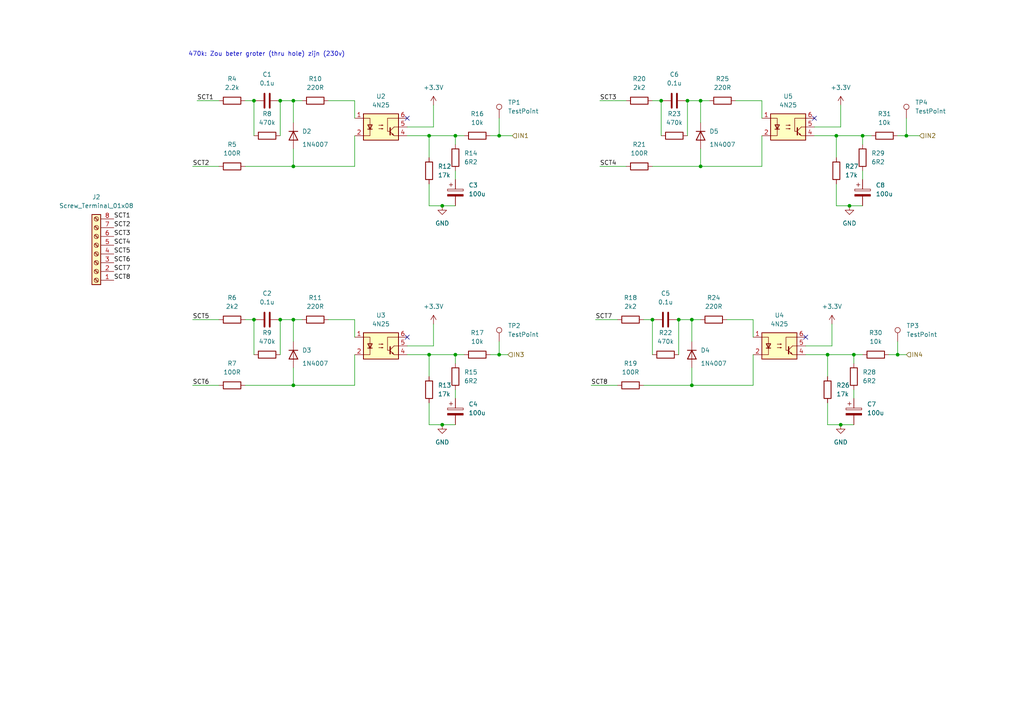
<source format=kicad_sch>
(kicad_sch (version 20211123) (generator eeschema)
  (paper "A4")
  (lib_symbols
    (symbol "Connector:Screw_Terminal_01x08" (pin_names (offset 1.016) hide)
      (property "Reference" "J" (at 0 10.16 0))
      (property "Value" "Screw_Terminal_01x08" (at 0 -12.7 0))
      (symbol "Screw_Terminal_01x08_1_1"
        (rectangle (start -1.27 8.89) (end 1.27 -11.43) (stroke (width 0.254)) (fill (type background)))
        (circle (center 0 -10.16) (radius 0.635) (stroke (width 0.1524)))
        (circle (center 0 -7.62) (radius 0.635) (stroke (width 0.1524)))
        (circle (center 0 -5.08) (radius 0.635) (stroke (width 0.1524)))
        (circle (center 0 -2.54) (radius 0.635) (stroke (width 0.1524)))
        (polyline (pts (xy -0.5334 -9.8298) (xy 0.3302 -10.668)) (stroke (width 0.1524)))
        (polyline (pts (xy -0.5334 -7.2898) (xy 0.3302 -8.128)) (stroke (width 0.1524)))
        (polyline (pts (xy -0.5334 -4.7498) (xy 0.3302 -5.588)) (stroke (width 0.1524)))
        (polyline (pts (xy -0.5334 -2.2098) (xy 0.3302 -3.048)) (stroke (width 0.1524)))
        (polyline (pts (xy -0.5334 0.3302) (xy 0.3302 -0.508)) (stroke (width 0.1524)))
        (polyline (pts (xy -0.5334 2.8702) (xy 0.3302 2.032)) (stroke (width 0.1524)))
        (polyline (pts (xy -0.5334 5.4102) (xy 0.3302 4.572)) (stroke (width 0.1524)))
        (polyline (pts (xy -0.5334 7.9502) (xy 0.3302 7.112)) (stroke (width 0.1524)))
        (polyline (pts (xy -0.3556 -9.652) (xy 0.508 -10.4902)) (stroke (width 0.1524)))
        (polyline (pts (xy -0.3556 -7.112) (xy 0.508 -7.9502)) (stroke (width 0.1524)))
        (polyline (pts (xy -0.3556 -4.572) (xy 0.508 -5.4102)) (stroke (width 0.1524)))
        (polyline (pts (xy -0.3556 -2.032) (xy 0.508 -2.8702)) (stroke (width 0.1524)))
        (polyline (pts (xy -0.3556 0.508) (xy 0.508 -0.3302)) (stroke (width 0.1524)))
        (polyline (pts (xy -0.3556 3.048) (xy 0.508 2.2098)) (stroke (width 0.1524)))
        (polyline (pts (xy -0.3556 5.588) (xy 0.508 4.7498)) (stroke (width 0.1524)))
        (polyline (pts (xy -0.3556 8.128) (xy 0.508 7.2898)) (stroke (width 0.1524)))
        (circle (center 0 0) (radius 0.635) (stroke (width 0.1524)))
        (circle (center 0 2.54) (radius 0.635) (stroke (width 0.1524)))
        (circle (center 0 5.08) (radius 0.635) (stroke (width 0.1524)))
        (circle (center 0 7.62) (radius 0.635) (stroke (width 0.1524)))
        (pin passive line (at -5.08 7.62 0) (length 3.81) (name "Pin_1") (number "1"))
        (pin passive line (at -5.08 5.08 0) (length 3.81) (name "Pin_2") (number "2"))
        (pin passive line (at -5.08 2.54 0) (length 3.81) (name "Pin_3") (number "3"))
        (pin passive line (at -5.08 0 0) (length 3.81) (name "Pin_4") (number "4"))
        (pin passive line (at -5.08 -2.54 0) (length 3.81) (name "Pin_5") (number "5"))
        (pin passive line (at -5.08 -5.08 0) (length 3.81) (name "Pin_6") (number "6"))
        (pin passive line (at -5.08 -7.62 0) (length 3.81) (name "Pin_7") (number "7"))
        (pin passive line (at -5.08 -10.16 0) (length 3.81) (name "Pin_8") (number "8"))
      )
    )
    (symbol "Connector:TestPoint" (pin_numbers hide) (pin_names (offset 0.762) hide)
      (property "Reference" "TP" (at 0 6.858 0))
      (property "Value" "TestPoint" (at 0 5.08 0))
      (symbol "TestPoint_0_1"
        (circle (center 0 3.302) (radius 0.762))
      )
      (symbol "TestPoint_1_1"
        (pin passive line (at 0 0 90) (length 2.54) (name "1") (number "1"))
      )
    )
    (symbol "Device:C" (pin_numbers hide) (pin_names (offset 0.254))
      (property "Reference" "C" (at 0.635 2.54 0))
      (property "Value" "C" (at 0.635 -2.54 0))
      (symbol "C_0_1"
        (polyline (pts (xy -2.032 -0.762) (xy 2.032 -0.762)) (stroke (width 0.508)))
        (polyline (pts (xy -2.032 0.762) (xy 2.032 0.762)) (stroke (width 0.508)))
      )
      (symbol "C_1_1"
        (pin passive line (at 0 3.81 270) (length 2.794) (name "~") (number "1"))
        (pin passive line (at 0 -3.81 90) (length 2.794) (name "~") (number "2"))
      )
    )
    (symbol "Device:C_Polarized" (pin_numbers hide) (pin_names (offset 0.254))
      (property "Reference" "C" (at 0.635 2.54 0))
      (property "Value" "C_Polarized" (at 0.635 -2.54 0))
      (symbol "C_Polarized_0_1"
        (rectangle (start -2.286 0.508) (end 2.286 1.016))
        (polyline (pts (xy -1.778 2.286) (xy -0.762 2.286)))
        (polyline (pts (xy -1.27 2.794) (xy -1.27 1.778)))
        (rectangle (start 2.286 -0.508) (end -2.286 -1.016) (fill (type outline)))
      )
      (symbol "C_Polarized_1_1"
        (pin passive line (at 0 3.81 270) (length 2.794) (name "~") (number "1"))
        (pin passive line (at 0 -3.81 90) (length 2.794) (name "~") (number "2"))
      )
    )
    (symbol "Device:R" (pin_numbers hide) (pin_names (offset 0))
      (property "Reference" "R" (at 2.032 0 90))
      (property "Value" "R" (at 0 0 90))
      (symbol "R_0_1"
        (rectangle (start -1.016 -2.54) (end 1.016 2.54) (stroke (width 0.254)))
      )
      (symbol "R_1_1"
        (pin passive line (at 0 3.81 270) (length 1.27) (name "~") (number "1"))
        (pin passive line (at 0 -3.81 90) (length 1.27) (name "~") (number "2"))
      )
    )
    (symbol "Diode:1N4007" (pin_numbers hide) (pin_names (offset 1.016) hide)
      (property "Reference" "D" (at 0 2.54 0))
      (property "Value" "1N4007" (at 0 -2.54 0))
      (symbol "1N4007_0_1"
        (polyline (pts (xy -1.27 1.27) (xy -1.27 -1.27)) (stroke (width 0.254)))
        (polyline (pts (xy 1.27 0) (xy -1.27 0)))
        (polyline (pts (xy 1.27 1.27) (xy 1.27 -1.27) (xy -1.27 0) (xy 1.27 1.27)) (stroke (width 0.254)))
      )
      (symbol "1N4007_1_1"
        (pin passive line (at -3.81 0 0) (length 2.54) (name "K") (number "1"))
        (pin passive line (at 3.81 0 180) (length 2.54) (name "A") (number "2"))
      )
    )
    (symbol "Isolator:4N25" (pin_names (offset 1.016))
      (property "Reference" "U" (at -5.08 5.08 0))
      (property "Value" "4N25" (at 0 5.08 0))
      (symbol "4N25_0_1"
        (rectangle (start -5.08 3.81) (end 5.08 -3.81) (stroke (width 0.254)) (fill (type background)))
        (polyline (pts (xy -3.81 -0.635) (xy -2.54 -0.635)) (stroke (width 0.254)))
        (polyline (pts (xy 2.667 -1.397) (xy 3.81 -2.54)))
        (polyline (pts (xy 2.667 -1.143) (xy 3.81 0)))
        (polyline (pts (xy 3.81 -2.54) (xy 5.08 -2.54)))
        (polyline (pts (xy 3.81 0) (xy 5.08 0)))
        (polyline (pts (xy 2.667 -0.254) (xy 2.667 -2.286) (xy 2.667 -2.286)) (stroke (width 0.3556)))
        (polyline (pts (xy -5.08 -2.54) (xy -3.175 -2.54) (xy -3.175 2.54) (xy -5.08 2.54)))
        (polyline (pts (xy -3.175 -0.635) (xy -3.81 0.635) (xy -2.54 0.635) (xy -3.175 -0.635)) (stroke (width 0.254)))
        (polyline (pts (xy 3.683 -2.413) (xy 3.429 -1.905) (xy 3.175 -2.159) (xy 3.683 -2.413)))
        (polyline (pts (xy 5.08 2.54) (xy 1.905 2.54) (xy 1.905 -1.27) (xy 2.54 -1.27)))
        (polyline (pts (xy -0.635 -0.508) (xy 0.635 -0.508) (xy 0.254 -0.635) (xy 0.254 -0.381) (xy 0.635 -0.508)))
        (polyline (pts (xy -0.635 0.508) (xy 0.635 0.508) (xy 0.254 0.381) (xy 0.254 0.635) (xy 0.635 0.508)))
      )
      (symbol "4N25_1_1"
        (pin passive line (at -7.62 2.54 0) (length 2.54) (name "~") (number "1"))
        (pin passive line (at -7.62 -2.54 0) (length 2.54) (name "~") (number "2"))
        (pin no_connect line (at -5.08 0 0) (length 2.54) hide (name "NC") (number "3"))
        (pin passive line (at 7.62 -2.54 180) (length 2.54) (name "~") (number "4"))
        (pin passive line (at 7.62 0 180) (length 2.54) (name "~") (number "5"))
        (pin passive line (at 7.62 2.54 180) (length 2.54) (name "~") (number "6"))
      )
    )
    (symbol "power:+3.3V" (power) (pin_names (offset 0))
      (property "Value" "+3.3V" (at 0 3.556 0))
      (symbol "+3.3V_0_1"
        (polyline (pts (xy -0.762 1.27) (xy 0 2.54)))
        (polyline (pts (xy 0 0) (xy 0 2.54)))
        (polyline (pts (xy 0 2.54) (xy 0.762 1.27)))
      )
      (symbol "+3.3V_1_1"
        (pin power_in line (at 0 0 90) (length 0) hide (name "+3.3V") (number "1"))
      )
    )
    (symbol "power:GND" (power) (pin_names (offset 0))
      (property "Value" "GND" (at 0 -3.81 0))
      (symbol "GND_0_1"
        (polyline (pts (xy 0 0) (xy 0 -1.27) (xy 1.27 -1.27) (xy 0 -2.54) (xy -1.27 -1.27) (xy 0 -1.27)))
      )
      (symbol "GND_1_1"
        (pin power_in line (at 0 0 270) (length 0) hide (name "GND") (number "1"))
      )
    )
  )
  (junction (at 203.2 29.21))
  (junction (at 85.09 48.26))
  (junction (at 242.57 39.37))
  (junction (at 73.66 92.71))
  (junction (at 85.09 29.21))
  (junction (at 199.39 29.21))
  (junction (at 196.85 92.71))
  (junction (at 85.09 92.71))
  (junction (at 81.28 92.71))
  (junction (at 189.23 92.71))
  (junction (at 250.19 39.37))
  (junction (at 200.66 92.71))
  (junction (at 144.78 102.87))
  (junction (at 247.65 102.87))
  (junction (at 73.66 29.21))
  (junction (at 191.77 29.21))
  (junction (at 124.46 39.37))
  (junction (at 240.03 102.87))
  (junction (at 124.46 102.87))
  (junction (at 262.89 39.37))
  (junction (at 203.2 48.26))
  (junction (at 85.09 111.76))
  (junction (at 260.35 102.87))
  (junction (at 243.84 123.19))
  (junction (at 132.08 39.37))
  (junction (at 144.78 39.37))
  (junction (at 128.27 123.19))
  (junction (at 200.66 111.76))
  (junction (at 128.27 59.69))
  (junction (at 132.08 102.87))
  (junction (at 246.38 59.69))
  (junction (at 81.28 29.21))
  (no_connect (at 233.68 97.79))
  (no_connect (at 236.22 34.29))
  (no_connect (at 118.11 34.29))
  (no_connect (at 118.11 97.79))
  (wire (pts (xy 200.66 111.76) (xy 186.69 111.76)))
  (wire (pts (xy 243.84 123.19) (xy 247.65 123.19)))
  (wire (pts (xy 102.87 102.87) (xy 102.87 111.76)))
  (wire (pts (xy 144.78 34.29) (xy 144.78 39.37)))
  (wire (pts (xy 124.46 116.84) (xy 124.46 123.19)))
  (wire (pts (xy 118.11 36.83) (xy 125.73 36.83)))
  (wire (pts (xy 132.08 49.53) (xy 132.08 52.07)))
  (wire (pts (xy 132.08 39.37) (xy 132.08 41.91)))
  (wire (pts (xy 132.08 113.03) (xy 132.08 115.57)))
  (wire (pts (xy 81.28 29.21) (xy 85.09 29.21)))
  (wire (pts (xy 242.57 59.69) (xy 246.38 59.69)))
  (wire (pts (xy 213.36 29.21) (xy 220.98 29.21)))
  (wire (pts (xy 233.68 100.33) (xy 241.3 100.33)))
  (wire (pts (xy 243.84 36.83) (xy 243.84 30.48)))
  (wire (pts (xy 55.88 48.26) (xy 63.5 48.26)))
  (wire (pts (xy 247.65 102.87) (xy 247.65 105.41)))
  (wire (pts (xy 200.66 92.71) (xy 200.66 99.06)))
  (wire (pts (xy 260.35 102.87) (xy 262.89 102.87)))
  (wire (pts (xy 218.44 111.76) (xy 200.66 111.76)))
  (wire (pts (xy 240.03 102.87) (xy 240.03 109.22)))
  (wire (pts (xy 144.78 102.87) (xy 147.32 102.87)))
  (wire (pts (xy 85.09 43.18) (xy 85.09 48.26)))
  (wire (pts (xy 124.46 39.37) (xy 132.08 39.37)))
  (wire (pts (xy 173.99 29.21) (xy 181.61 29.21)))
  (wire (pts (xy 240.03 116.84) (xy 240.03 123.19)))
  (wire (pts (xy 220.98 39.37) (xy 220.98 48.26)))
  (wire (pts (xy 85.09 106.68) (xy 85.09 111.76)))
  (wire (pts (xy 241.3 100.33) (xy 241.3 93.98)))
  (wire (pts (xy 203.2 29.21) (xy 205.74 29.21)))
  (wire (pts (xy 124.46 39.37) (xy 124.46 45.72)))
  (wire (pts (xy 85.09 92.71) (xy 85.09 99.06)))
  (wire (pts (xy 218.44 92.71) (xy 218.44 97.79)))
  (wire (pts (xy 262.89 34.29) (xy 262.89 39.37)))
  (wire (pts (xy 240.03 102.87) (xy 247.65 102.87)))
  (wire (pts (xy 250.19 39.37) (xy 250.19 41.91)))
  (wire (pts (xy 85.09 29.21) (xy 87.63 29.21)))
  (wire (pts (xy 191.77 29.21) (xy 191.77 39.37)))
  (wire (pts (xy 102.87 29.21) (xy 102.87 34.29)))
  (wire (pts (xy 55.88 92.71) (xy 63.5 92.71)))
  (wire (pts (xy 220.98 48.26) (xy 203.2 48.26)))
  (wire (pts (xy 250.19 39.37) (xy 252.73 39.37)))
  (wire (pts (xy 199.39 29.21) (xy 199.39 39.37)))
  (wire (pts (xy 85.09 29.21) (xy 85.09 35.56)))
  (wire (pts (xy 85.09 92.71) (xy 87.63 92.71)))
  (wire (pts (xy 200.66 106.68) (xy 200.66 111.76)))
  (wire (pts (xy 262.89 39.37) (xy 266.7 39.37)))
  (wire (pts (xy 233.68 102.87) (xy 240.03 102.87)))
  (wire (pts (xy 144.78 39.37) (xy 148.59 39.37)))
  (wire (pts (xy 73.66 29.21) (xy 73.66 39.37)))
  (wire (pts (xy 144.78 99.06) (xy 144.78 102.87)))
  (wire (pts (xy 124.46 102.87) (xy 132.08 102.87)))
  (wire (pts (xy 246.38 59.69) (xy 250.19 59.69)))
  (wire (pts (xy 118.11 102.87) (xy 124.46 102.87)))
  (wire (pts (xy 85.09 48.26) (xy 71.12 48.26)))
  (wire (pts (xy 95.25 92.71) (xy 102.87 92.71)))
  (wire (pts (xy 128.27 123.19) (xy 132.08 123.19)))
  (wire (pts (xy 102.87 39.37) (xy 102.87 48.26)))
  (wire (pts (xy 55.88 111.76) (xy 63.5 111.76)))
  (wire (pts (xy 203.2 29.21) (xy 203.2 35.56)))
  (wire (pts (xy 128.27 59.69) (xy 132.08 59.69)))
  (wire (pts (xy 57.15 29.21) (xy 63.5 29.21)))
  (wire (pts (xy 247.65 113.03) (xy 247.65 115.57)))
  (wire (pts (xy 102.87 48.26) (xy 85.09 48.26)))
  (wire (pts (xy 118.11 39.37) (xy 124.46 39.37)))
  (wire (pts (xy 125.73 36.83) (xy 125.73 30.48)))
  (wire (pts (xy 71.12 92.71) (xy 73.66 92.71)))
  (wire (pts (xy 81.28 92.71) (xy 85.09 92.71)))
  (wire (pts (xy 203.2 43.18) (xy 203.2 48.26)))
  (wire (pts (xy 81.28 92.71) (xy 81.28 102.87)))
  (wire (pts (xy 102.87 92.71) (xy 102.87 97.79)))
  (wire (pts (xy 210.82 92.71) (xy 218.44 92.71)))
  (wire (pts (xy 118.11 100.33) (xy 125.73 100.33)))
  (wire (pts (xy 186.69 92.71) (xy 189.23 92.71)))
  (wire (pts (xy 142.24 39.37) (xy 144.78 39.37)))
  (wire (pts (xy 102.87 111.76) (xy 85.09 111.76)))
  (wire (pts (xy 257.81 102.87) (xy 260.35 102.87)))
  (wire (pts (xy 171.45 111.76) (xy 179.07 111.76)))
  (wire (pts (xy 220.98 29.21) (xy 220.98 34.29)))
  (wire (pts (xy 189.23 29.21) (xy 191.77 29.21)))
  (wire (pts (xy 242.57 39.37) (xy 242.57 45.72)))
  (wire (pts (xy 124.46 59.69) (xy 128.27 59.69)))
  (wire (pts (xy 199.39 29.21) (xy 203.2 29.21)))
  (wire (pts (xy 95.25 29.21) (xy 102.87 29.21)))
  (wire (pts (xy 124.46 53.34) (xy 124.46 59.69)))
  (wire (pts (xy 240.03 123.19) (xy 243.84 123.19)))
  (wire (pts (xy 71.12 29.21) (xy 73.66 29.21)))
  (wire (pts (xy 132.08 102.87) (xy 134.62 102.87)))
  (wire (pts (xy 81.28 29.21) (xy 81.28 39.37)))
  (wire (pts (xy 260.35 39.37) (xy 262.89 39.37)))
  (wire (pts (xy 172.72 92.71) (xy 179.07 92.71)))
  (wire (pts (xy 196.85 92.71) (xy 196.85 102.87)))
  (wire (pts (xy 73.66 92.71) (xy 73.66 102.87)))
  (wire (pts (xy 196.85 92.71) (xy 200.66 92.71)))
  (wire (pts (xy 132.08 102.87) (xy 132.08 105.41)))
  (wire (pts (xy 260.35 99.06) (xy 260.35 102.87)))
  (wire (pts (xy 218.44 102.87) (xy 218.44 111.76)))
  (wire (pts (xy 200.66 92.71) (xy 203.2 92.71)))
  (wire (pts (xy 142.24 102.87) (xy 144.78 102.87)))
  (wire (pts (xy 85.09 111.76) (xy 71.12 111.76)))
  (wire (pts (xy 250.19 49.53) (xy 250.19 52.07)))
  (wire (pts (xy 203.2 48.26) (xy 189.23 48.26)))
  (wire (pts (xy 236.22 39.37) (xy 242.57 39.37)))
  (wire (pts (xy 173.99 48.26) (xy 181.61 48.26)))
  (wire (pts (xy 124.46 102.87) (xy 124.46 109.22)))
  (wire (pts (xy 124.46 123.19) (xy 128.27 123.19)))
  (wire (pts (xy 189.23 92.71) (xy 189.23 102.87)))
  (wire (pts (xy 236.22 36.83) (xy 243.84 36.83)))
  (wire (pts (xy 242.57 39.37) (xy 250.19 39.37)))
  (wire (pts (xy 125.73 100.33) (xy 125.73 93.98)))
  (wire (pts (xy 132.08 39.37) (xy 134.62 39.37)))
  (wire (pts (xy 242.57 53.34) (xy 242.57 59.69)))
  (wire (pts (xy 247.65 102.87) (xy 250.19 102.87)))
  (text "470k: Zou beter groter (thru hole) zijn (230v)" (at 54.61 16.51 0) (effects (font (size 1.27 1.27)) (justify left bottom)))
  (label "SCT7" (at 172.72 92.71 0))
  (label "SCT1" (at 33.02 63.5 0))
  (label "SCT5" (at 55.88 92.71 0))
  (label "SCT6" (at 55.88 111.76 0))
  (label "SCT6" (at 33.02 76.2 0))
  (label "SCT7" (at 33.02 78.74 0))
  (label "SCT2" (at 33.02 66.04 0))
  (label "SCT5" (at 33.02 73.66 0))
  (label "SCT4" (at 33.02 71.12 0))
  (label "SCT8" (at 33.02 81.28 0))
  (label "SCT4" (at 173.99 48.26 0))
  (label "SCT2" (at 55.88 48.26 0))
  (label "SCT1" (at 57.15 29.21 0))
  (label "SCT3" (at 33.02 68.58 0))
  (label "SCT8" (at 171.45 111.76 0))
  (label "SCT3" (at 173.99 29.21 0))
  (hierarchical_label "IN3" (shape input) (at 147.32 102.87 0))
  (hierarchical_label "IN4" (shape input) (at 262.89 102.87 0))
  (hierarchical_label "IN1" (shape input) (at 148.59 39.37 0))
  (hierarchical_label "IN2" (shape input) (at 266.7 39.37 0))
  (symbol (lib_id "Connector:TestPoint") (at 144.78 99.06 0) (unit 1)
    (property "Reference" "TP2" (at 147.32 94.4879 0) (effects (justify left)))
    (property "Value" "TestPoint" (at 147.32 97.0279 0) (effects (justify left)))
    (property "Footprint" "TestPoint:TestPoint_Bridge_Pitch2.54mm_Drill1.0mm" (effects hide))
  )
  (symbol (lib_id "Diode:1N4007") (at 85.09 39.37 270) (unit 1)
    (property "Reference" "D2" (at 87.63 38.0999 90) (effects (justify left)))
    (property "Value" "1N4007" (at 87.63 41.91 90) (effects (justify left)))
    (property "Footprint" "Diode_THT:D_DO-41_SOD81_P10.16mm_Horizontal" (effects hide))
    (property "Datasheet" "http://www.vishay.com/docs/88503/1n4001.pdf" (effects hide))
  )
  (symbol (lib_id "Device:R") (at 182.88 92.71 90) (unit 1)
    (property "Reference" "R18" (at 182.88 86.36 90))
    (property "Value" "2k2" (at 182.88 88.9 90))
    (property "Footprint" "Resistor_SMD:R_2512_6332Metric" (effects hide))
  )
  (symbol (lib_id "power:+3.3V") (at 125.73 30.48 0) (unit 1)
    (property "Reference" "#PWR019" (effects hide))
    (property "Value" "+3.3V" (at 125.73 25.4 0))
  )
  (symbol (lib_id "Device:C_Polarized") (at 250.19 55.88 0) (unit 1)
    (property "Reference" "C8" (at 254 53.7209 0) (effects (justify left)))
    (property "Value" "100u" (at 254 56.2609 0) (effects (justify left)))
    (property "Footprint" "Capacitor_SMD:C_1206_3216Metric_Pad1.33x1.80mm_HandSolder" (effects hide))
  )
  (symbol (lib_id "Connector:TestPoint") (at 144.78 34.29 0) (unit 1)
    (property "Reference" "TP1" (at 147.32 29.7179 0) (effects (justify left)))
    (property "Value" "TestPoint" (at 147.32 32.2579 0) (effects (justify left)))
    (property "Footprint" "TestPoint:TestPoint_Bridge_Pitch2.54mm_Drill1.0mm" (effects hide))
  )
  (symbol (lib_id "Device:R") (at 195.58 39.37 270) (unit 1)
    (property "Reference" "R23" (at 195.58 33.02 90))
    (property "Value" "470k" (at 195.58 35.56 90))
    (property "Footprint" "Resistor_SMD:R_2512_6332Metric" (effects hide))
  )
  (symbol (lib_id "Device:R") (at 132.08 45.72 0) (unit 1)
    (property "Reference" "R14" (at 134.62 44.4499 0) (effects (justify left)))
    (property "Value" "6R2" (at 134.62 46.9899 0) (effects (justify left)))
    (property "Footprint" "Resistor_SMD:R_0805_2012Metric_Pad1.20x1.40mm_HandSolder" (effects hide))
  )
  (symbol (lib_id "power:GND") (at 128.27 123.19 0) (unit 1)
    (property "Reference" "#PWR022" (effects hide))
    (property "Value" "GND" (at 128.27 128.27 0))
  )
  (symbol (lib_id "Device:C_Polarized") (at 247.65 119.38 0) (unit 1)
    (property "Reference" "C7" (at 251.46 117.2209 0) (effects (justify left)))
    (property "Value" "100u" (at 251.46 119.7609 0) (effects (justify left)))
    (property "Footprint" "Capacitor_SMD:C_1206_3216Metric_Pad1.33x1.80mm_HandSolder" (effects hide))
  )
  (symbol (lib_id "Device:R") (at 67.31 48.26 90) (unit 1)
    (property "Reference" "R5" (at 67.31 41.91 90))
    (property "Value" "100R" (at 67.31 44.45 90))
    (property "Footprint" "Resistor_SMD:R_0805_2012Metric_Pad1.20x1.40mm_HandSolder" (effects hide))
  )
  (symbol (lib_id "Diode:1N4007") (at 200.66 102.87 270) (unit 1)
    (property "Reference" "D4" (at 203.2 101.5999 90) (effects (justify left)))
    (property "Value" "1N4007" (at 203.2 105.41 90) (effects (justify left)))
    (property "Footprint" "Diode_THT:D_DO-41_SOD81_P10.16mm_Horizontal" (effects hide))
    (property "Datasheet" "http://www.vishay.com/docs/88503/1n4001.pdf" (effects hide))
  )
  (symbol (lib_id "Device:C_Polarized") (at 132.08 119.38 0) (unit 1)
    (property "Reference" "C4" (at 135.89 117.2209 0) (effects (justify left)))
    (property "Value" "100u" (at 135.89 119.7609 0) (effects (justify left)))
    (property "Footprint" "Capacitor_SMD:C_1206_3216Metric_Pad1.33x1.80mm_HandSolder" (effects hide))
  )
  (symbol (lib_id "Device:R") (at 138.43 39.37 90) (unit 1)
    (property "Reference" "R16" (at 138.43 33.02 90))
    (property "Value" "10k" (at 138.43 35.56 90))
    (property "Footprint" "Resistor_SMD:R_0805_2012Metric_Pad1.20x1.40mm_HandSolder" (effects hide))
  )
  (symbol (lib_id "Device:R") (at 250.19 45.72 0) (unit 1)
    (property "Reference" "R29" (at 252.73 44.4499 0) (effects (justify left)))
    (property "Value" "6R2" (at 252.73 46.9899 0) (effects (justify left)))
    (property "Footprint" "Resistor_SMD:R_0805_2012Metric_Pad1.20x1.40mm_HandSolder" (effects hide))
  )
  (symbol (lib_id "Device:C_Polarized") (at 132.08 55.88 0) (unit 1)
    (property "Reference" "C3" (at 135.89 53.7209 0) (effects (justify left)))
    (property "Value" "100u" (at 135.89 56.2609 0) (effects (justify left)))
    (property "Footprint" "Capacitor_SMD:C_1206_3216Metric_Pad1.33x1.80mm_HandSolder" (effects hide))
  )
  (symbol (lib_id "Device:R") (at 132.08 109.22 0) (unit 1)
    (property "Reference" "R15" (at 134.62 107.9499 0) (effects (justify left)))
    (property "Value" "6R2" (at 134.62 110.4899 0) (effects (justify left)))
    (property "Footprint" "Resistor_SMD:R_0805_2012Metric_Pad1.20x1.40mm_HandSolder" (effects hide))
  )
  (symbol (lib_id "Device:R") (at 91.44 92.71 90) (unit 1)
    (property "Reference" "R11" (at 91.44 86.36 90))
    (property "Value" "220R" (at 91.44 88.9 90))
    (property "Footprint" "Resistor_SMD:R_0805_2012Metric_Pad1.20x1.40mm_HandSolder" (effects hide))
  )
  (symbol (lib_id "Device:R") (at 209.55 29.21 90) (unit 1)
    (property "Reference" "R25" (at 209.55 22.86 90))
    (property "Value" "220R" (at 209.55 25.4 90))
    (property "Footprint" "Resistor_SMD:R_0805_2012Metric_Pad1.20x1.40mm_HandSolder" (effects hide))
  )
  (symbol (lib_id "Device:R") (at 124.46 113.03 0) (unit 1)
    (property "Reference" "R13" (at 127 111.7599 0) (effects (justify left)))
    (property "Value" "17k" (at 127 114.2999 0) (effects (justify left)))
    (property "Footprint" "Resistor_SMD:R_0805_2012Metric_Pad1.20x1.40mm_HandSolder" (effects hide))
  )
  (symbol (lib_id "Device:R") (at 182.88 111.76 90) (unit 1)
    (property "Reference" "R19" (at 182.88 105.41 90))
    (property "Value" "100R" (at 182.88 107.95 90))
    (property "Footprint" "Resistor_SMD:R_0805_2012Metric_Pad1.20x1.40mm_HandSolder" (effects hide))
  )
  (symbol (lib_id "Connector:TestPoint") (at 260.35 99.06 0) (unit 1)
    (property "Reference" "TP3" (at 262.89 94.4879 0) (effects (justify left)))
    (property "Value" "TestPoint" (at 262.89 97.0279 0) (effects (justify left)))
    (property "Footprint" "TestPoint:TestPoint_Bridge_Pitch2.54mm_Drill1.0mm" (effects hide))
  )
  (symbol (lib_id "Device:C") (at 195.58 29.21 270) (unit 1)
    (property "Reference" "C6" (at 195.58 21.59 90))
    (property "Value" "0.1u" (at 195.58 24.13 90))
    (property "Footprint" "Capacitor_THT:C_Rect_L18.0mm_W5.0mm_P15.00mm_FKS3_FKP3" (effects hide))
  )
  (symbol (lib_id "Isolator:4N25") (at 226.06 100.33 0) (unit 1)
    (property "Reference" "U4" (at 226.06 91.44 0))
    (property "Value" "4N25" (at 226.06 93.98 0))
    (property "Footprint" "Package_DIP:DIP-6_W7.62mm" (effects hide))
    (property "Datasheet" "https://www.vishay.com/docs/83725/4n25.pdf" (effects hide))
  )
  (symbol (lib_id "Device:R") (at 124.46 49.53 0) (unit 1)
    (property "Reference" "R12" (at 127 48.2599 0) (effects (justify left)))
    (property "Value" "17k" (at 127 50.7999 0) (effects (justify left)))
    (property "Footprint" "Resistor_SMD:R_0805_2012Metric_Pad1.20x1.40mm_HandSolder" (effects hide))
  )
  (symbol (lib_id "Device:R") (at 77.47 102.87 270) (unit 1)
    (property "Reference" "R9" (at 77.47 96.52 90))
    (property "Value" "470k" (at 77.47 99.06 90))
    (property "Footprint" "Resistor_SMD:R_2512_6332Metric" (effects hide))
  )
  (symbol (lib_id "Device:R") (at 193.04 102.87 270) (unit 1)
    (property "Reference" "R22" (at 193.04 96.52 90))
    (property "Value" "470k" (at 193.04 99.06 90))
    (property "Footprint" "Resistor_SMD:R_2512_6332Metric" (effects hide))
  )
  (symbol (lib_id "Isolator:4N25") (at 110.49 100.33 0) (unit 1)
    (property "Reference" "U3" (at 110.49 91.44 0))
    (property "Value" "4N25" (at 110.49 93.98 0))
    (property "Footprint" "Package_DIP:DIP-6_W7.62mm" (effects hide))
    (property "Datasheet" "https://www.vishay.com/docs/83725/4n25.pdf" (effects hide))
  )
  (symbol (lib_id "power:+3.3V") (at 243.84 30.48 0) (unit 1)
    (property "Reference" "#PWR024" (effects hide))
    (property "Value" "+3.3V" (at 243.84 25.4 0))
  )
  (symbol (lib_id "Isolator:4N25") (at 110.49 36.83 0) (unit 1)
    (property "Reference" "U2" (at 110.49 27.94 0))
    (property "Value" "4N25" (at 110.49 30.48 0))
    (property "Footprint" "Package_DIP:DIP-6_W7.62mm" (effects hide))
    (property "Datasheet" "https://www.vishay.com/docs/83725/4n25.pdf" (effects hide))
  )
  (symbol (lib_id "Device:R") (at 91.44 29.21 90) (unit 1)
    (property "Reference" "R10" (at 91.44 22.86 90))
    (property "Value" "220R" (at 91.44 25.4 90))
    (property "Footprint" "Resistor_SMD:R_0805_2012Metric_Pad1.20x1.40mm_HandSolder" (effects hide))
  )
  (symbol (lib_id "Device:R") (at 67.31 29.21 90) (unit 1)
    (property "Reference" "R4" (at 67.31 22.86 90))
    (property "Value" "2.2k" (at 67.31 25.4 90))
    (property "Footprint" "Resistor_SMD:R_2512_6332Metric" (effects hide))
  )
  (symbol (lib_id "Diode:1N4007") (at 203.2 39.37 270) (unit 1)
    (property "Reference" "D5" (at 205.74 38.0999 90) (effects (justify left)))
    (property "Value" "1N4007" (at 205.74 41.91 90) (effects (justify left)))
    (property "Footprint" "Diode_THT:D_DO-41_SOD81_P10.16mm_Horizontal" (effects hide))
    (property "Datasheet" "http://www.vishay.com/docs/88503/1n4001.pdf" (effects hide))
  )
  (symbol (lib_id "power:+3.3V") (at 241.3 93.98 0) (unit 1)
    (property "Reference" "#PWR023" (effects hide))
    (property "Value" "+3.3V" (at 241.3 88.9 0))
  )
  (symbol (lib_id "Device:C") (at 193.04 92.71 270) (unit 1)
    (property "Reference" "C5" (at 193.04 85.09 90))
    (property "Value" "0.1u" (at 193.04 87.63 90))
    (property "Footprint" "Capacitor_THT:C_Rect_L18.0mm_W5.0mm_P15.00mm_FKS3_FKP3" (effects hide))
  )
  (symbol (lib_id "power:+3.3V") (at 125.73 93.98 0) (unit 1)
    (property "Reference" "#PWR020" (effects hide))
    (property "Value" "+3.3V" (at 125.73 88.9 0))
  )
  (symbol (lib_id "power:GND") (at 246.38 59.69 0) (unit 1)
    (property "Reference" "#PWR026" (effects hide))
    (property "Value" "GND" (at 246.38 64.77 0))
  )
  (symbol (lib_id "Connector:TestPoint") (at 262.89 34.29 0) (unit 1)
    (property "Reference" "TP4" (at 265.43 29.7179 0) (effects (justify left)))
    (property "Value" "TestPoint" (at 265.43 32.2579 0) (effects (justify left)))
    (property "Footprint" "TestPoint:TestPoint_Bridge_Pitch2.54mm_Drill1.0mm" (effects hide))
  )
  (symbol (lib_id "Device:R") (at 77.47 39.37 270) (unit 1)
    (property "Reference" "R8" (at 77.47 33.02 90))
    (property "Value" "470k" (at 77.47 35.56 90))
    (property "Footprint" "Resistor_SMD:R_2512_6332Metric" (effects hide))
  )
  (symbol (lib_id "Device:R") (at 185.42 48.26 90) (unit 1)
    (property "Reference" "R21" (at 185.42 41.91 90))
    (property "Value" "100R" (at 185.42 44.45 90))
    (property "Footprint" "Resistor_SMD:R_0805_2012Metric_Pad1.20x1.40mm_HandSolder" (effects hide))
  )
  (symbol (lib_id "Device:C") (at 77.47 29.21 270) (unit 1)
    (property "Reference" "C1" (at 77.47 21.59 90))
    (property "Value" "0.1u" (at 77.47 24.13 90))
    (property "Footprint" "Capacitor_THT:C_Rect_L18.0mm_W5.0mm_P15.00mm_FKS3_FKP3" (effects hide))
  )
  (symbol (lib_id "Device:R") (at 256.54 39.37 90) (unit 1)
    (property "Reference" "R31" (at 256.54 33.02 90))
    (property "Value" "10k" (at 256.54 35.56 90))
    (property "Footprint" "Resistor_SMD:R_0805_2012Metric_Pad1.20x1.40mm_HandSolder" (effects hide))
  )
  (symbol (lib_id "Device:R") (at 207.01 92.71 90) (unit 1)
    (property "Reference" "R24" (at 207.01 86.36 90))
    (property "Value" "220R" (at 207.01 88.9 90))
    (property "Footprint" "Resistor_SMD:R_0805_2012Metric_Pad1.20x1.40mm_HandSolder" (effects hide))
  )
  (symbol (lib_id "Device:R") (at 67.31 92.71 90) (unit 1)
    (property "Reference" "R6" (at 67.31 86.36 90))
    (property "Value" "2k2" (at 67.31 88.9 90))
    (property "Footprint" "Resistor_SMD:R_2512_6332Metric" (effects hide))
  )
  (symbol (lib_id "power:GND") (at 243.84 123.19 0) (unit 1)
    (property "Reference" "#PWR025" (effects hide))
    (property "Value" "GND" (at 243.84 128.27 0))
  )
  (symbol (lib_id "Device:R") (at 247.65 109.22 0) (unit 1)
    (property "Reference" "R28" (at 250.19 107.9499 0) (effects (justify left)))
    (property "Value" "6R2" (at 250.19 110.4899 0) (effects (justify left)))
    (property "Footprint" "Resistor_SMD:R_0805_2012Metric_Pad1.20x1.40mm_HandSolder" (effects hide))
  )
  (symbol (lib_id "Device:R") (at 138.43 102.87 90) (unit 1)
    (property "Reference" "R17" (at 138.43 96.52 90))
    (property "Value" "10k" (at 138.43 99.06 90))
    (property "Footprint" "Resistor_SMD:R_0805_2012Metric_Pad1.20x1.40mm_HandSolder" (effects hide))
  )
  (symbol (lib_id "Device:R") (at 67.31 111.76 90) (unit 1)
    (property "Reference" "R7" (at 67.31 105.41 90))
    (property "Value" "100R" (at 67.31 107.95 90))
    (property "Footprint" "Resistor_SMD:R_0805_2012Metric_Pad1.20x1.40mm_HandSolder" (effects hide))
  )
  (symbol (lib_id "Device:R") (at 240.03 113.03 0) (unit 1)
    (property "Reference" "R26" (at 242.57 111.7599 0) (effects (justify left)))
    (property "Value" "17k" (at 242.57 114.2999 0) (effects (justify left)))
    (property "Footprint" "Resistor_SMD:R_0805_2012Metric_Pad1.20x1.40mm_HandSolder" (effects hide))
  )
  (symbol (lib_id "Connector:Screw_Terminal_01x08") (at 27.94 73.66 180) (unit 1)
    (property "Reference" "J2" (at 27.94 57.15 0))
    (property "Value" "Screw_Terminal_01x08" (at 27.94 59.69 0))
    (property "Footprint" "TerminalBlock_Phoenix:TerminalBlock_Phoenix_MKDS-1,5-8_1x08_P5.00mm_Horizontal" (effects hide))
  )
  (symbol (lib_id "Device:C") (at 77.47 92.71 270) (unit 1)
    (property "Reference" "C2" (at 77.47 85.09 90))
    (property "Value" "0.1u" (at 77.47 87.63 90))
    (property "Footprint" "Capacitor_THT:C_Rect_L18.0mm_W5.0mm_P15.00mm_FKS3_FKP3" (effects hide))
  )
  (symbol (lib_id "Device:R") (at 254 102.87 90) (unit 1)
    (property "Reference" "R30" (at 254 96.52 90))
    (property "Value" "10k" (at 254 99.06 90))
    (property "Footprint" "Resistor_SMD:R_0805_2012Metric_Pad1.20x1.40mm_HandSolder" (effects hide))
  )
  (symbol (lib_id "Device:R") (at 185.42 29.21 90) (unit 1)
    (property "Reference" "R20" (at 185.42 22.86 90))
    (property "Value" "2k2" (at 185.42 25.4 90))
    (property "Footprint" "Resistor_SMD:R_2512_6332Metric" (effects hide))
  )
  (symbol (lib_id "Device:R") (at 242.57 49.53 0) (unit 1)
    (property "Reference" "R27" (at 245.11 48.2599 0) (effects (justify left)))
    (property "Value" "17k" (at 245.11 50.7999 0) (effects (justify left)))
    (property "Footprint" "Resistor_SMD:R_0805_2012Metric_Pad1.20x1.40mm_HandSolder" (effects hide))
  )
  (symbol (lib_id "power:GND") (at 128.27 59.69 0) (unit 1)
    (property "Reference" "#PWR021" (effects hide))
    (property "Value" "GND" (at 128.27 64.77 0))
  )
  (symbol (lib_id "Isolator:4N25") (at 228.6 36.83 0) (unit 1)
    (property "Reference" "U5" (at 228.6 27.94 0))
    (property "Value" "4N25" (at 228.6 30.48 0))
    (property "Footprint" "Package_DIP:DIP-6_W7.62mm" (effects hide))
    (property "Datasheet" "https://www.vishay.com/docs/83725/4n25.pdf" (effects hide))
  )
  (symbol (lib_id "Diode:1N4007") (at 85.09 102.87 270) (unit 1)
    (property "Reference" "D3" (at 87.63 101.5999 90) (effects (justify left)))
    (property "Value" "1N4007" (at 87.63 105.41 90) (effects (justify left)))
    (property "Footprint" "Diode_THT:D_DO-41_SOD81_P10.16mm_Horizontal" (effects hide))
    (property "Datasheet" "http://www.vishay.com/docs/88503/1n4001.pdf" (effects hide))
  )
)
</source>
